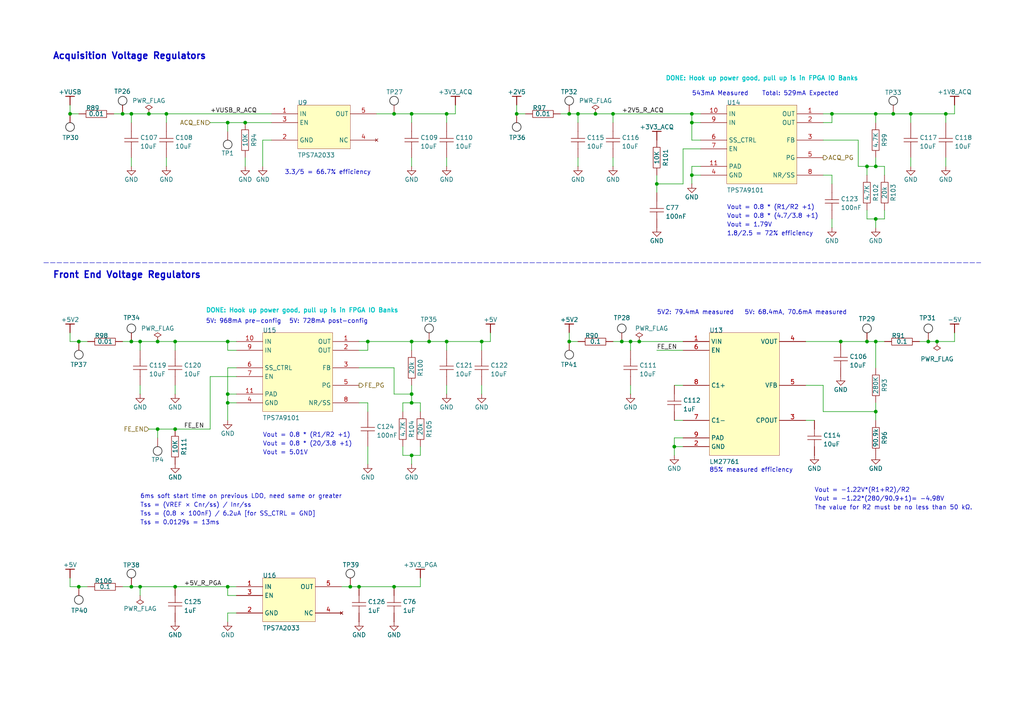
<source format=kicad_sch>
(kicad_sch (version 20250114) (generator "eeschema") (generator_version "9.0")
  (paper "A4")
  (title_block (title "ThunderScope") (rev "5") (company "EEVengers") (comment 1 "Aleksa Bjelogrlic"))
  (text "Vout = 0.8 * (20/3.8 +1)" (at 76.2 129.54 0) (effects (font (size 1.27 1.27)) (justify left bottom)))
  (text "" (at 96.52 162.56 0) (effects (font (size 1.27 1.27)) (justify left bottom)))
  (text "Tss = 0.0129s = 13ms" (at 40.64 152.4 0) (effects (font (size 1.27 1.27)) (justify left bottom)))
  (text "5V: 728mA post-config" (at 83.82 93.98 0) (effects (font (size 1.27 1.27) (thickness 0.1588)) (justify left bottom)))
  (text "3.3/5 = 66.7% efficiency" (at 82.55 50.8 0) (effects (font (size 1.27 1.27) (thickness 0.1588)) (justify left bottom)))
  (text "5V: 968mA pre-config" (at 59.69 93.98 0) (effects (font (size 1.27 1.27) (thickness 0.1588)) (justify left bottom)))
  (text "Vout = 0.8 * (R1/R2 +1)" (at 210.82 60.96 0) (effects (font (size 1.27 1.27) (thickness 0.1588)) (justify left bottom)))
  (text "Tss = (0.8 × 100nF) / 6.2uA [for SS_CTRL = GND]" (at 40.64 149.86 0) (effects (font (size 1.27 1.27)) (justify left bottom)))
  (text "Vout = -1.22V*(R1+R2)/R2" (at 236.22 142.24 0) (effects (font (size 1.27 1.27)) (justify left)))
  (text "Vout = 0.8 * (4.7/3.8 +1)" (at 210.82 63.5 0) (effects (font (size 1.27 1.27) (thickness 0.1588)) (justify left bottom)))
  (text "5V: 68.4mA, 70.6mA measured" (at 215.9 91.44 0) (effects (font (size 1.27 1.27) (thickness 0.1588)) (justify left bottom)))
  (text "6ms soft start time on previous LDO, need same or greater" (at 40.64 144.78 0) (effects (font (size 1.27 1.27)) (justify left bottom)))
  (text "Vout = 0.8 * (R1/R2 +1)" (at 76.2 127 0) (effects (font (size 1.27 1.27)) (justify left bottom)))
  (text "85% measured efficiency" (at 205.74 137.16 0) (effects (font (size 1.27 1.27) (thickness 0.1588)) (justify left bottom)))
  (text "DONE: Hook up power good, pull up is in FPGA IO Banks" (at 220.98 22.86 0) (effects (font (size 1.27 1.27) (thickness 0.254) (bold yes))))
  (text "Vout = 5.01V" (at 76.2 132.08 0) (effects (font (size 1.27 1.27)) (justify left bottom)))
  (text "1.8/2.5 = 72% efficiency" (at 210.82 68.58 0) (effects (font (size 1.27 1.27) (thickness 0.1588)) (justify left bottom)))
  (text "DONE: Hook up power good, pull up is in FPGA IO Banks" (at 87.63 90.17 0) (effects (font (size 1.27 1.27) (thickness 0.254) (bold yes))))
  (text "Vout = 1.79V" (at 210.82 66.04 0) (effects (font (size 1.27 1.27) (thickness 0.1588)) (justify left bottom)))
  (text "Front End Voltage Regulators" (at 15.24 78.74 0) (effects (font (size 1.905 1.905) (thickness 0.381) (bold yes)) (justify left top)))
  (text "5V2: 79.4mA measured" (at 190.5 91.44 0) (effects (font (size 1.27 1.27) (thickness 0.1588)) (justify left bottom)))
  (text "Total: 529mA Expected" (at 220.98 27.94 0) (effects (font (size 1.27 1.27) (thickness 0.1588)) (justify left bottom)))
  (text "543mA Measured" (at 200.66 27.94 0) (effects (font (size 1.27 1.27) (thickness 0.1588)) (justify left bottom)))
  (text "Acquisition Voltage Regulators" (at 15.24 15.24 0) (effects (font (size 1.905 1.905) (thickness 0.381) (bold yes)) (justify left top)))
  (text "Vout = -1.22*(280/90.9+1)= -4.98V" (at 236.22 144.78 0) (effects (font (size 1.27 1.27) (thickness 0.1588)) (justify left)))
  (text "Tss = (VREF × Cnr/ss) / Inr/ss" (at 40.64 147.32 0) (effects (font (size 1.27 1.27)) (justify left bottom)))
  (text "The value for R2 must be no less than 50 kΩ." (at 236.22 147.32 0) (effects (font (size 1.27 1.27)) (justify left)))
  (junction (at 66.04 170.18))
  (junction (at 254 99.06))
  (junction (at 264.16 33.02))
  (junction (at 50.8 124.46))
  (junction (at 165.1 99.06))
  (junction (at 241.3 33.02))
  (junction (at 114.3 33.02))
  (junction (at 43.18 33.02))
  (junction (at 66.04 35.56))
  (junction (at 119.38 132.08))
  (junction (at 200.66 33.02))
  (junction (at 45.72 124.46))
  (junction (at 22.86 99.06))
  (junction (at 40.64 170.18))
  (junction (at 200.66 50.8))
  (junction (at 35.56 33.02))
  (junction (at 119.38 99.06))
  (junction (at 165.1 33.02))
  (junction (at 124.46 99.06))
  (junction (at 66.04 116.84))
  (junction (at 195.58 129.54))
  (junction (at 66.04 114.3))
  (junction (at 119.38 116.84))
  (junction (at 254 119.38))
  (junction (at 119.38 114.3))
  (junction (at 129.54 33.02))
  (junction (at 50.8 99.06))
  (junction (at 180.34 99.06))
  (junction (at 271.78 99.06))
  (junction (at 200.66 35.56))
  (junction (at 139.7 99.06))
  (junction (at 104.14 170.18))
  (junction (at 48.26 33.02))
  (junction (at 172.72 33.02))
  (junction (at 190.5 53.34))
  (junction (at 149.86 33.02))
  (junction (at 66.04 99.06))
  (junction (at 22.86 170.18))
  (junction (at 259.08 33.02))
  (junction (at 185.42 99.06))
  (junction (at 177.8 33.02))
  (junction (at 38.1 33.02))
  (junction (at 129.54 99.06))
  (junction (at 251.46 99.06))
  (junction (at 254 33.02))
  (junction (at 119.38 33.02))
  (junction (at 106.68 99.06))
  (junction (at 182.88 99.06))
  (junction (at 254 48.26))
  (junction (at 20.32 33.02))
  (junction (at 269.24 99.06))
  (junction (at 101.6 170.18))
  (junction (at 40.64 99.06))
  (junction (at 167.64 33.02))
  (junction (at 45.72 99.06))
  (junction (at 50.8 170.18))
  (junction (at 251.46 48.26))
  (junction (at 38.1 99.06))
  (junction (at 71.12 35.56))
  (junction (at 254 63.5))
  (junction (at 114.3 170.18))
  (junction (at 38.1 170.18))
  (junction (at 274.32 33.02))
  (junction (at 243.84 99.06))
  (wire (pts (xy 71.12 45.72) (xy 71.12 48.26)))
  (wire (pts (xy 167.64 33.02) (xy 172.72 33.02)))
  (wire (pts (xy 119.38 134.62) (xy 119.38 132.08)))
  (wire (pts (xy 177.8 48.26) (xy 177.8 45.72)))
  (wire (pts (xy 119.38 116.84) (xy 121.92 116.84)))
  (wire (pts (xy 254 45.72) (xy 254 48.26)))
  (wire (pts (xy 254 63.5) (xy 256.54 63.5)))
  (wire (pts (xy 22.86 99.06) (xy 25.4 99.06)))
  (wire (pts (xy 45.72 124.46) (xy 50.8 124.46)))
  (wire (pts (xy 60.96 124.46) (xy 60.96 109.22)))
  (wire (pts (xy 106.68 99.06) (xy 119.38 99.06)))
  (wire (pts (xy 106.68 134.62) (xy 106.68 129.54)))
  (wire (pts (xy 241.3 50.8) (xy 241.3 53.34)))
  (wire (pts (xy 238.76 111.76) (xy 233.68 111.76)))
  (wire (pts (xy 20.32 33.02) (xy 22.86 33.02)))
  (wire (pts (xy 66.04 35.56) (xy 71.12 35.56)))
  (wire (pts (xy 198.12 129.54) (xy 195.58 129.54)))
  (wire (pts (xy 248.92 48.26) (xy 251.46 48.26)))
  (wire (pts (xy 132.08 33.02) (xy 132.08 30.48)))
  (wire (pts (xy 40.64 172.72) (xy 40.64 170.18)))
  (wire (pts (xy 66.04 170.18) (xy 68.58 170.18)))
  (wire (pts (xy 182.88 101.6) (xy 182.88 99.06)))
  (wire (pts (xy 116.84 132.08) (xy 119.38 132.08)))
  (wire (pts (xy 182.88 99.06) (xy 185.42 99.06)))
  (wire (pts (xy 165.1 99.06) (xy 167.64 99.06)))
  (wire (pts (xy 241.3 66.04) (xy 241.3 63.5)))
  (wire (pts (xy 233.68 121.92) (xy 236.22 121.92)))
  (wire (pts (xy 40.64 114.3) (xy 40.64 111.76)))
  (wire (pts (xy 68.58 116.84) (xy 66.04 116.84)))
  (wire (pts (xy 254 33.02) (xy 259.08 33.02)))
  (wire (pts (xy 20.32 96.52) (xy 20.32 99.06)))
  (wire (pts (xy 149.86 30.48) (xy 149.86 33.02)))
  (wire (pts (xy 119.38 132.08) (xy 121.92 132.08)))
  (wire (pts (xy 200.66 50.8) (xy 200.66 53.34)))
  (wire (pts (xy 43.18 33.02) (xy 48.26 33.02)))
  (wire (pts (xy 106.68 101.6) (xy 106.68 99.06)))
  (wire (pts (xy 182.88 114.3) (xy 182.88 111.76)))
  (wire (pts (xy 119.38 99.06) (xy 124.46 99.06)))
  (wire (pts (xy 243.84 99.06) (xy 251.46 99.06)))
  (wire (pts (xy 238.76 40.64) (xy 248.92 40.64)))
  (wire (pts (xy 35.56 99.06) (xy 38.1 99.06)))
  (wire (pts (xy 251.46 48.26) (xy 251.46 50.8)))
  (wire (pts (xy 165.1 96.52) (xy 165.1 99.06)))
  (wire (pts (xy 60.96 109.22) (xy 68.58 109.22)))
  (polyline (pts (xy 12.7 76.2) (xy 284.48 76.2)) (stroke (width 0.127) (type dash)))
  (wire (pts (xy 66.04 177.8) (xy 66.04 180.34)))
  (wire (pts (xy 66.04 172.72) (xy 66.04 170.18)))
  (wire (pts (xy 238.76 50.8) (xy 241.3 50.8)))
  (wire (pts (xy 203.2 43.18) (xy 198.12 43.18)))
  (wire (pts (xy 20.32 99.06) (xy 22.86 99.06)))
  (wire (pts (xy 106.68 119.38) (xy 106.68 116.84)))
  (wire (pts (xy 264.16 33.02) (xy 264.16 35.56)))
  (wire (pts (xy 254 99.06) (xy 254 106.68)))
  (wire (pts (xy 254 66.04) (xy 254 63.5)))
  (wire (pts (xy 40.64 99.06) (xy 45.72 99.06)))
  (wire (pts (xy 129.54 48.26) (xy 129.54 45.72)))
  (wire (pts (xy 251.46 60.96) (xy 251.46 63.5)))
  (wire (pts (xy 119.38 33.02) (xy 119.38 35.56)))
  (wire (pts (xy 66.04 116.84) (xy 66.04 121.92)))
  (wire (pts (xy 68.58 106.68) (xy 66.04 106.68)))
  (wire (pts (xy 114.3 33.02) (xy 119.38 33.02)))
  (wire (pts (xy 254 35.56) (xy 254 33.02)))
  (wire (pts (xy 254 119.38) (xy 254 116.84)))
  (wire (pts (xy 43.18 124.46) (xy 45.72 124.46)))
  (wire (pts (xy 238.76 35.56) (xy 241.3 35.56)))
  (wire (pts (xy 38.1 33.02) (xy 43.18 33.02)))
  (wire (pts (xy 106.68 116.84) (xy 104.14 116.84)))
  (wire (pts (xy 256.54 63.5) (xy 256.54 60.96)))
  (wire (pts (xy 195.58 132.08) (xy 195.58 129.54)))
  (wire (pts (xy 124.46 99.06) (xy 129.54 99.06)))
  (wire (pts (xy 68.58 172.72) (xy 66.04 172.72)))
  (wire (pts (xy 167.64 48.26) (xy 167.64 45.72)))
  (wire (pts (xy 167.64 35.56) (xy 167.64 33.02)))
  (wire (pts (xy 198.12 43.18) (xy 198.12 53.34)))
  (wire (pts (xy 114.3 114.3) (xy 119.38 114.3)))
  (wire (pts (xy 119.38 114.3) (xy 119.38 116.84)))
  (wire (pts (xy 254 48.26) (xy 256.54 48.26)))
  (wire (pts (xy 48.26 33.02) (xy 78.74 33.02)))
  (wire (pts (xy 254 48.26) (xy 251.46 48.26)))
  (wire (pts (xy 203.2 40.64) (xy 200.66 40.64)))
  (wire (pts (xy 185.42 99.06) (xy 198.12 99.06)))
  (wire (pts (xy 66.04 99.06) (xy 68.58 99.06)))
  (wire (pts (xy 68.58 101.6) (xy 66.04 101.6)))
  (wire (pts (xy 20.32 170.18) (xy 22.86 170.18)))
  (wire (pts (xy 200.66 33.02) (xy 203.2 33.02)))
  (wire (pts (xy 35.56 170.18) (xy 38.1 170.18)))
  (wire (pts (xy 119.38 116.84) (xy 116.84 116.84)))
  (wire (pts (xy 104.14 106.68) (xy 114.3 106.68)))
  (wire (pts (xy 78.74 40.64) (xy 76.2 40.64)))
  (wire (pts (xy 203.2 50.8) (xy 200.66 50.8)))
  (wire (pts (xy 109.22 33.02) (xy 114.3 33.02)))
  (wire (pts (xy 274.32 48.26) (xy 274.32 45.72)))
  (wire (pts (xy 254 119.38) (xy 238.76 119.38)))
  (wire (pts (xy 121.92 170.18) (xy 121.92 167.64)))
  (wire (pts (xy 269.24 99.06) (xy 271.78 99.06)))
  (wire (pts (xy 139.7 99.06) (xy 139.7 101.6)))
  (wire (pts (xy 104.14 101.6) (xy 106.68 101.6)))
  (wire (pts (xy 142.24 99.06) (xy 142.24 96.52)))
  (wire (pts (xy 139.7 99.06) (xy 142.24 99.06)))
  (wire (pts (xy 66.04 101.6) (xy 66.04 99.06)))
  (wire (pts (xy 190.5 50.8) (xy 190.5 53.34)))
  (wire (pts (xy 195.58 129.54) (xy 195.58 127)))
  (wire (pts (xy 48.26 33.02) (xy 48.26 35.56)))
  (wire (pts (xy 276.86 99.06) (xy 276.86 96.52)))
  (wire (pts (xy 190.5 101.6) (xy 198.12 101.6)))
  (wire (pts (xy 45.72 99.06) (xy 50.8 99.06)))
  (wire (pts (xy 200.66 35.56) (xy 200.66 33.02)))
  (wire (pts (xy 104.14 99.06) (xy 106.68 99.06)))
  (wire (pts (xy 33.02 33.02) (xy 35.56 33.02)))
  (wire (pts (xy 119.38 101.6) (xy 119.38 99.06)))
  (wire (pts (xy 129.54 33.02) (xy 132.08 33.02)))
  (wire (pts (xy 20.32 30.48) (xy 20.32 33.02)))
  (wire (pts (xy 182.88 99.06) (xy 180.34 99.06)))
  (wire (pts (xy 256.54 48.26) (xy 256.54 50.8)))
  (wire (pts (xy 241.3 35.56) (xy 241.3 33.02)))
  (wire (pts (xy 40.64 170.18) (xy 50.8 170.18)))
  (wire (pts (xy 116.84 129.54) (xy 116.84 132.08)))
  (wire (pts (xy 38.1 99.06) (xy 40.64 99.06)))
  (wire (pts (xy 238.76 119.38) (xy 238.76 111.76)))
  (wire (pts (xy 248.92 40.64) (xy 248.92 48.26)))
  (wire (pts (xy 129.54 99.06) (xy 129.54 101.6)))
  (wire (pts (xy 190.5 53.34) (xy 198.12 53.34)))
  (wire (pts (xy 50.8 101.6) (xy 50.8 99.06)))
  (wire (pts (xy 266.7 99.06) (xy 269.24 99.06)))
  (wire (pts (xy 114.3 170.18) (xy 121.92 170.18)))
  (wire (pts (xy 251.46 99.06) (xy 254 99.06)))
  (wire (pts (xy 50.8 170.18) (xy 66.04 170.18)))
  (wire (pts (xy 203.2 35.56) (xy 200.66 35.56)))
  (wire (pts (xy 38.1 170.18) (xy 40.64 170.18)))
  (wire (pts (xy 198.12 111.76) (xy 195.58 111.76)))
  (wire (pts (xy 129.54 114.3) (xy 129.54 111.76)))
  (wire (pts (xy 129.54 99.06) (xy 139.7 99.06)))
  (wire (pts (xy 116.84 116.84) (xy 116.84 119.38)))
  (wire (pts (xy 180.34 99.06) (xy 177.8 99.06)))
  (wire (pts (xy 195.58 127) (xy 198.12 127)))
  (wire (pts (xy 76.2 40.64) (xy 76.2 48.26)))
  (wire (pts (xy 119.38 33.02) (xy 129.54 33.02)))
  (wire (pts (xy 200.66 40.64) (xy 200.66 35.56)))
  (wire (pts (xy 271.78 99.06) (xy 276.86 99.06)))
  (wire (pts (xy 203.2 48.26) (xy 200.66 48.26)))
  (wire (pts (xy 114.3 106.68) (xy 114.3 114.3)))
  (wire (pts (xy 264.16 33.02) (xy 274.32 33.02)))
  (wire (pts (xy 104.14 170.18) (xy 114.3 170.18)))
  (wire (pts (xy 274.32 33.02) (xy 276.86 33.02)))
  (wire (pts (xy 50.8 99.06) (xy 66.04 99.06)))
  (wire (pts (xy 71.12 35.56) (xy 78.74 35.56)))
  (wire (pts (xy 172.72 33.02) (xy 177.8 33.02)))
  (wire (pts (xy 68.58 177.8) (xy 66.04 177.8)))
  (wire (pts (xy 68.58 114.3) (xy 66.04 114.3)))
  (wire (pts (xy 38.1 48.26) (xy 38.1 45.72)))
  (wire (pts (xy 177.8 33.02) (xy 177.8 35.56)))
  (wire (pts (xy 162.56 33.02) (xy 165.1 33.02)))
  (wire (pts (xy 139.7 114.3) (xy 139.7 111.76)))
  (wire (pts (xy 121.92 116.84) (xy 121.92 119.38)))
  (wire (pts (xy 50.8 114.3) (xy 50.8 111.76)))
  (wire (pts (xy 119.38 114.3) (xy 119.38 111.76)))
  (wire (pts (xy 40.64 101.6) (xy 40.64 99.06)))
  (wire (pts (xy 251.46 63.5) (xy 254 63.5)))
  (wire (pts (xy 101.6 170.18) (xy 99.06 170.18)))
  (wire (pts (xy 149.86 33.02) (xy 152.4 33.02)))
  (wire (pts (xy 35.56 33.02) (xy 38.1 33.02)))
  (wire (pts (xy 165.1 33.02) (xy 167.64 33.02)))
  (wire (pts (xy 190.5 53.34) (xy 190.5 55.88)))
  (wire (pts (xy 45.72 124.46) (xy 45.72 127)))
  (wire (pts (xy 177.8 33.02) (xy 200.66 33.02)))
  (wire (pts (xy 276.86 33.02) (xy 276.86 30.48)))
  (wire (pts (xy 254 121.92) (xy 254 119.38)))
  (wire (pts (xy 22.86 170.18) (xy 25.4 170.18)))
  (wire (pts (xy 119.38 48.26) (xy 119.38 45.72)))
  (wire (pts (xy 50.8 124.46) (xy 60.96 124.46)))
  (wire (pts (xy 259.08 33.02) (xy 264.16 33.02)))
  (wire (pts (xy 233.68 99.06) (xy 243.84 99.06)))
  (wire (pts (xy 238.76 33.02) (xy 241.3 33.02)))
  (wire (pts (xy 66.04 106.68) (xy 66.04 114.3)))
  (wire (pts (xy 48.26 48.26) (xy 48.26 45.72)))
  (wire (pts (xy 200.66 48.26) (xy 200.66 50.8)))
  (wire (pts (xy 60.96 35.56) (xy 66.04 35.56)))
  (wire (pts (xy 66.04 114.3) (xy 66.04 116.84)))
  (wire (pts (xy 254 99.06) (xy 256.54 99.06)))
  (wire (pts (xy 274.32 33.02) (xy 274.32 35.56)))
  (wire (pts (xy 129.54 33.02) (xy 129.54 35.56)))
  (wire (pts (xy 66.04 38.1) (xy 66.04 35.56)))
  (wire (pts (xy 121.92 132.08) (xy 121.92 129.54)))
  (wire (pts (xy 264.16 48.26) (xy 264.16 45.72)))
  (wire (pts (xy 20.32 167.64) (xy 20.32 170.18)))
  (wire (pts (xy 104.14 170.18) (xy 101.6 170.18)))
  (wire (pts (xy 241.3 33.02) (xy 254 33.02)))
  (wire (pts (xy 198.12 121.92) (xy 195.58 121.92)))
  (wire (pts (xy 38.1 35.56) (xy 38.1 33.02)))
  (label "+5V_R_PGA" (at 53.34 170.18 0))
  (label "+VUSB_R_ACQ" (at 60.96 33.02 0))
  (label "+2V5_R_ACQ" (at 180.34 33.02 0))
  (label "FE_EN" (at 190.5 101.6 0))
  (label "FE_EN" (at 53.34 124.46 0))
  (hierarchical_label "FE_PG" (shape output) (at 104.14 111.76 0))
  (hierarchical_label "FE_EN" (shape input) (at 43.18 124.46 180))
  (hierarchical_label "ACQ_PG" (shape output) (at 238.76 45.72 0))
  (hierarchical_label "ACQ_EN" (shape input) (at 60.96 35.56 180))
  (symbol (lib_id "Thunderscope_Rev5:CAP 10uF 25V X5R 0603") (at 50.8 106.68 0) (unit 1)
    (property "Reference" "C120" (at 53.34 106.68 0) (effects (justify left bottom)))
    (property "Value" "10uF" (at 53.34 109.22 0) (effects (justify left bottom)))
    (property "Footprint" "Thunderscope_Rev5:GEN_C_0603" (effects (hide yes)))
    (property "PACKAGE" "0402" (effects (hide yes)))
    (property "VOLTAGE RATING" "25V" (effects (hide yes)))
    (property "SUPPLIER 1" "Mouser" (effects (hide yes)))
    (property "SUPPLIER PART NUMBER 1" "81-GRM188R61E106MA3D" (effects (hide yes)))
    (property "MANUFACTURER" "Murata" (effects (hide yes)))
    (property "MANUFACTURER PART NUMBER" "GRM188R61E106MA73D" (effects (hide yes)))
  )
  (symbol (lib_id "Thunderscope_Rev5:TP PCB 1mm") (at 124.46 99.06 90) (unit 1) (in_bom no)
    (property "Reference" "TP35" (at 126.8154 91.9384 90) (effects (justify left bottom)))
    (property "Value" "PCB" (effects (hide yes)))
    (property "Footprint" "Thunderscope_Rev5:GEN_TP_PCB" (effects (hide yes)))
  )
  (symbol (lib_id "Thunderscope_Rev5:-5V_BAR") (at 276.86 96.52 180) (unit 1)
    (property "Reference" "#PWR0534" (effects (hide yes)))
    (property "Value" "-5V" (at 276.86 92.71 0))
    (property "Description" "Power symbol creates a global label with name '-5V'" (effects (hide yes)))
  )
  (symbol (lib_id "Thunderscope_Rev5:+3V3_ACQ_BAR") (at 132.08 30.48 180) (unit 1)
    (property "Reference" "#PWR0275" (effects (hide yes)))
    (property "Value" "+3V3_ACQ" (at 132.08 26.67 0))
    (property "Description" "Power symbol creates a global label with name '+3V3_ACQ'" (effects (hide yes)))
  )
  (symbol (lib_id "Thunderscope_Rev5:+5V_BAR") (at 20.32 167.64 180) (unit 1)
    (property "Reference" "#PWR0535" (effects (hide yes)))
    (property "Value" "+5V" (at 20.32 163.83 0))
    (property "Description" "Power symbol creates a global label with name '+5V'" (effects (hide yes)))
  )
  (symbol (lib_id "Thunderscope_Rev5:RES 20K OHM 1% 1/16W 0402") (at 121.92 124.46 0) (unit 1)
    (property "Reference" "R105" (at 124.46 124.46 90))
    (property "Value" "20k" (at 121.92 124.46 90))
    (property "Footprint" "Thunderscope_Rev5:GEN_R_0402" (effects (hide yes)))
    (property "TOLERANCE" "1%" (effects (hide yes)))
    (property "PACKAGE" "0402" (effects (hide yes)))
    (property "SUPPLIER 1" "Mouser" (effects (hide yes)))
    (property "SUPPLIER PART NUMBER 1" "603-RC0402FR-0720KL" (effects (hide yes)))
    (property "MANUFACTURER" "Yageo" (effects (hide yes)))
    (property "MANUFACTURER PART NUMBER" "RC0402FR-0720KL" (effects (hide yes)))
  )
  (symbol (lib_id "Thunderscope_Rev5:RES 0.01 OHM 1% 1/4W 0603") (at 157.48 33.02 0) (unit 1)
    (property "Reference" "R97" (at 154.48 32.044 0) (effects (justify left bottom)))
    (property "Value" "0.01" (at 157.48 33.02 0))
    (property "Footprint" "Thunderscope_Rev5:GEN_R_0603" (effects (hide yes)))
    (property "TOLERANCE" "1%" (effects (hide yes)))
    (property "SUPPLIER 1" "Mouser" (effects (hide yes)))
    (property "SUPPLIER PART NUMBER 1" "754-RL0816T-R010-F" (effects (hide yes)))
    (property "PACKAGE" "0603" (effects (hide yes)))
    (property "HOUSE PART NUMBER" "R-0.01-0603-1%-001" (effects (hide yes)))
    (property "MANUFACTURER" "Susumu" (effects (hide yes)))
    (property "MANUFACTURER PART NUMBER" "RL0816T-R010-F" (effects (hide yes)))
  )
  (symbol (lib_id "Thunderscope_Rev5:CAP 10uF 25V X5R 0603") (at 48.26 40.64 0) (unit 1)
    (property "Reference" "C108" (at 50.8 40.64 0) (effects (justify left bottom)))
    (property "Value" "10uF" (at 50.8 43.18 0) (effects (justify left bottom)))
    (property "Footprint" "Thunderscope_Rev5:GEN_C_0603" (effects (hide yes)))
    (property "PACKAGE" "0402" (effects (hide yes)))
    (property "VOLTAGE RATING" "25V" (effects (hide yes)))
    (property "SUPPLIER 1" "Mouser" (effects (hide yes)))
    (property "SUPPLIER PART NUMBER 1" "81-GRM188R61E106MA3D" (effects (hide yes)))
    (property "MANUFACTURER" "Murata" (effects (hide yes)))
    (property "MANUFACTURER PART NUMBER" "GRM188R61E106MA73D" (effects (hide yes)))
  )
  (symbol (lib_id "Thunderscope_Rev5:IC LDO TPS7A9101") (at 86.36 106.68 0) (unit 1)
    (property "Reference" "U15" (at 76.2 96.52 0) (effects (justify left bottom)))
    (property "Value" "TPS7A9101" (at 76.2 121.92 0) (effects (justify left bottom)))
    (property "Footprint" "Thunderscope_Rev5:TI_WSON10_DSK0010A" (effects (hide yes)))
    (property "SUPPLIER 1" "Texas Instruments" (effects (hide yes)))
    (property "SUPPLIER PART NUMBER 1" "TPS7A9101DSKR" (effects (hide yes)))
    (property "MANUFACTURER" "Texas Instruments" (effects (hide yes)))
    (property "MANUFACTURER PART NUMBER" "TPS7A9101DSKR" (effects (hide yes)))
  )
  (symbol (lib_id "Thunderscope_Rev5:GND") (at 104.14 180.34 0) (unit 1)
    (property "Reference" "#PWR0530" (effects (hide yes)))
    (property "Value" "GND" (at 104.14 184.15 0))
    (property "Description" "Power symbol creates a global label with name \"GND\" , ground" (effects (hide yes)))
  )
  (symbol (lib_id "Thunderscope_Rev5:GND") (at 264.16 48.26 0) (unit 1)
    (property "Reference" "#PWR0551" (effects (hide yes)))
    (property "Value" "GND" (at 264.16 52.07 0))
    (property "Description" "Power symbol creates a global label with name \"GND\" , ground" (effects (hide yes)))
  )
  (symbol (lib_id "Thunderscope_Rev5:TP PCB 1mm") (at 180.34 99.06 90) (unit 1) (in_bom no)
    (property "Reference" "TP28" (at 182.8211 91.4674 90) (effects (justify left bottom)))
    (property "Value" "PCB" (effects (hide yes)))
    (property "Footprint" "Thunderscope_Rev5:GEN_TP_PCB" (effects (hide yes)))
  )
  (symbol (lib_id "Thunderscope_Rev5:CAP 10uF 25V X5R 0603") (at 243.84 104.14 0) (unit 1)
    (property "Reference" "C106" (at 246.38 104.14 0) (effects (justify left bottom)))
    (property "Value" "10uF" (at 246.38 106.68 0) (effects (justify left bottom)))
    (property "Footprint" "Thunderscope_Rev5:GEN_C_0603" (effects (hide yes)))
    (property "PACKAGE" "0402" (effects (hide yes)))
    (property "VOLTAGE RATING" "25V" (effects (hide yes)))
    (property "SUPPLIER 1" "Mouser" (effects (hide yes)))
    (property "SUPPLIER PART NUMBER 1" "81-GRM188R61E106MA3D" (effects (hide yes)))
    (property "MANUFACTURER" "Murata" (effects (hide yes)))
    (property "MANUFACTURER PART NUMBER" "GRM188R61E106MA73D" (effects (hide yes)))
  )
  (symbol (lib_id "Thunderscope_Rev5:IC LDO TPS7A2033") (at 93.98 38.1 0) (unit 1)
    (property "Reference" "U9" (at 86.36 30.48 0) (effects (justify left bottom)))
    (property "Value" "TPS7A2033" (at 86.36 45.72 0) (effects (justify left bottom)))
    (property "Footprint" "Thunderscope_Rev5:GEN_SOT23_5_950_2900X1600X1450" (effects (hide yes)))
    (property "MANUFACTURER" "Texas Instruments" (effects (hide yes)))
    (property "MANUFACTURER PART NUMBER" "TPS7A2033PDBVR" (effects (hide yes)))
    (property "SUPPLIER 1" "Texas Instruments" (effects (hide yes)))
    (property "SUPPLIER PART NUMBER 1" "TPS7A2033PDBVR" (effects (hide yes)))
  )
  (symbol (lib_id "Thunderscope_Rev5:RES 90.9K OHM 1% 1/16W 0402") (at 254 127 270) (unit 1)
    (property "Reference" "R96" (at 256.54 127 0))
    (property "Value" "90.9k" (at 254 127 0))
    (property "Footprint" "Thunderscope_Rev5:GEN_R_0402" (effects (hide yes)))
    (property "TOLERANCE" "1%" (effects (hide yes)))
    (property "PACKAGE" "0402" (effects (hide yes)))
    (property "SUPPLIER 1" "Mouser" (effects (hide yes)))
    (property "SUPPLIER PART NUMBER 1" "603-RC0402FR-0790K9L" (effects (hide yes)))
    (property "MANUFACTURER" "Yageo" (effects (hide yes)))
    (property "MANUFACTURER PART NUMBER" "RC0402FR-0790K9L" (effects (hide yes)))
  )
  (symbol (lib_id "Thunderscope_Rev5:GND") (at 177.8 48.26 0) (unit 1)
    (property "Reference" "#PWR0543" (effects (hide yes)))
    (property "Value" "GND" (at 177.8 52.07 0))
    (property "Description" "Power symbol creates a global label with name \"GND\" , ground" (effects (hide yes)))
  )
  (symbol (lib_id "Thunderscope_Rev5:RES 10K OHM 1% 1/10W 0402") (at 190.5 45.72 90) (unit 1)
    (property "Reference" "R101" (at 193.04 45.72 0))
    (property "Value" "10K" (at 190.5 45.72 0))
    (property "Footprint" "Thunderscope_Rev5:GEN_R_0402" (effects (hide yes)))
    (property "TOLERANCE" "1%" (effects (hide yes)))
    (property "PACKAGE" "0402" (effects (hide yes)))
    (property "SUPPLIER 1" "Mouser" (effects (hide yes)))
    (property "SUPPLIER PART NUMBER 1" "667-ERJ-2RKF1002X" (effects (hide yes)))
    (property "MANUFACTURER" "Panasonic" (effects (hide yes)))
    (property "MANUFACTURER PART NUMBER" "ERJ-2RKF1002X" (effects (hide yes)))
  )
  (symbol (lib_id "Thunderscope_Rev5:+2V5_BAR") (at 149.86 30.48 180) (unit 1)
    (property "Reference" "#PWR0546" (effects (hide yes)))
    (property "Value" "+2V5" (at 149.86 26.67 0))
    (property "Description" "Power symbol creates a global label with name '+2V5'" (effects (hide yes)))
  )
  (symbol (lib_id "Thunderscope_Rev5:CAP 1uF 25V X5R 0402") (at 114.3 175.26 0) (unit 1)
    (property "Reference" "C76" (at 116.84 175.26 0) (effects (justify left bottom)))
    (property "Value" "1uF" (at 116.84 177.8 0) (effects (justify left bottom)))
    (property "Footprint" "Thunderscope_Rev5:GEN_C_0402" (effects (hide yes)))
    (property "PACKAGE" "0402" (effects (hide yes)))
    (property "VOLTAGE RATING" "25V" (effects (hide yes)))
    (property "SUPPLIER 1" "Mouser" (effects (hide yes)))
    (property "SUPPLIER PART NUMBER 1" "81-GRM155R61E105KA2D" (effects (hide yes)))
    (property "MANUFACTURER" "Murata" (effects (hide yes)))
    (property "MANUFACTURER PART NUMBER" "GRM155R61E105KA12D" (effects (hide yes)))
  )
  (symbol (lib_id "Thunderscope_Rev5:GND") (at 114.3 180.34 0) (unit 1)
    (property "Reference" "#PWR0276" (effects (hide yes)))
    (property "Value" "GND" (at 114.3 184.15 0))
    (property "Description" "Power symbol creates a global label with name \"GND\" , ground" (effects (hide yes)))
  )
  (symbol (lib_id "Thunderscope_Rev5:RES 0.01 OHM 1% 1/4W 0603") (at 30.48 99.06 0) (unit 1)
    (property "Reference" "R98" (at 27.48 98.084 0) (effects (justify left bottom)))
    (property "Value" "0.01" (at 30.48 99.06 0))
    (property "Footprint" "Thunderscope_Rev5:GEN_R_0603" (effects (hide yes)))
    (property "TOLERANCE" "1%" (effects (hide yes)))
    (property "SUPPLIER 1" "Mouser" (effects (hide yes)))
    (property "SUPPLIER PART NUMBER 1" "754-RL0816T-R010-F" (effects (hide yes)))
    (property "PACKAGE" "0603" (effects (hide yes)))
    (property "HOUSE PART NUMBER" "R-0.01-0603-1%-001" (effects (hide yes)))
    (property "MANUFACTURER" "Susumu" (effects (hide yes)))
    (property "MANUFACTURER PART NUMBER" "RL0816T-R010-F" (effects (hide yes)))
  )
  (symbol (lib_id "Thunderscope_Rev5:TP PCB 1mm") (at 38.1 170.18 90) (unit 1) (in_bom no)
    (property "Reference" "TP38" (at 40.5752 163.1822 90) (effects (justify left bottom)))
    (property "Value" "PCB" (effects (hide yes)))
    (property "Footprint" "Thunderscope_Rev5:GEN_TP_PCB" (effects (hide yes)))
  )
  (symbol (lib_id "Thunderscope_Rev5:RES 0.1 OHM 1% 1/6W 0402") (at 172.72 99.06 0) (unit 1)
    (property "Reference" "R90" (at 169.72 98.084 0) (effects (justify left bottom)))
    (property "Value" "0.1" (at 172.72 99.06 0))
    (property "Footprint" "Thunderscope_Rev5:GEN_R_0402" (effects (hide yes)))
    (property "TOLERANCE" "1%" (effects (hide yes)))
    (property "PACKAGE" "0402" (effects (hide yes)))
    (property "SUPPLIER 1" "Mouser" (effects (hide yes)))
    (property "SUPPLIER PART NUMBER 1" "667-ERJ-2BSFR10X" (effects (hide yes)))
    (property "MANUFACTURER" "Panasonic" (effects (hide yes)))
    (property "MANUFACTURER PART NUMBER" "ERJ-2BSFR10X" (effects (hide yes)))
  )
  (symbol (lib_id "Thunderscope_Rev5:CAP 100nF 16V X7R 0402") (at 106.68 124.46 0) (unit 1)
    (property "Reference" "C124" (at 109.22 124.46 0) (effects (justify left bottom)))
    (property "Value" "100nF" (at 109.22 127 0) (effects (justify left bottom)))
    (property "Footprint" "Thunderscope_Rev5:GEN_C_0402" (effects (hide yes)))
    (property "PACKAGE" "0402" (effects (hide yes)))
    (property "VOLTAGE RATING" "16V" (effects (hide yes)))
    (property "SUPPLIER 1" "Mouser" (effects (hide yes)))
    (property "SUPPLIER PART NUMBER 1" "81-GCM155R71C104KA5D" (effects (hide yes)))
    (property "MANUFACTURER" "Murata" (effects (hide yes)))
    (property "HOUSE PART NUMBER" "C-100nF-0402-002" (effects (hide yes)))
    (property "MANUFACTURER PART NUMBER" "GCM155R71C104KA55D" (effects (hide yes)))
  )
  (symbol (lib_id "Thunderscope_Rev5:CAP 1uF 25V X5R 0402") (at 50.8 175.26 0) (unit 1)
    (property "Reference" "C125" (at 53.34 175.26 0) (effects (justify left bottom)))
    (property "Value" "1uF" (at 53.34 177.8 0) (effects (justify left bottom)))
    (property "Footprint" "Thunderscope_Rev5:GEN_C_0402" (effects (hide yes)))
    (property "PACKAGE" "0402" (effects (hide yes)))
    (property "VOLTAGE RATING" "25V" (effects (hide yes)))
    (property "SUPPLIER 1" "Mouser" (effects (hide yes)))
    (property "SUPPLIER PART NUMBER 1" "81-GRM155R61E105KA2D" (effects (hide yes)))
    (property "MANUFACTURER" "Murata" (effects (hide yes)))
    (property "MANUFACTURER PART NUMBER" "GRM155R61E105KA12D" (effects (hide yes)))
  )
  (symbol (lib_id "power:PWR_FLAG") (at 45.72 99.06 0) (unit 1)
    (property "Reference" "#FLG024" (effects (hide yes)))
    (property "Value" "PWR_FLAG" (at 45.72 95.25 0))
    (property "Description" "Special symbol for telling ERC where power comes from" (effects (hide yes)))
  )
  (symbol (lib_id "Thunderscope_Rev5:RES 4.7K OHM 1% 1/10W 0402") (at 251.46 55.88 90) (unit 1)
    (property "Reference" "R102" (at 254 55.88 0))
    (property "Value" "4.7K" (at 251.46 55.88 0))
    (property "Footprint" "Thunderscope_Rev5:GEN_R_0402" (effects (hide yes)))
    (property "TOLERANCE" "1%" (effects (hide yes)))
    (property "PACKAGE" "0402" (effects (hide yes)))
    (property "SUPPLIER 1" "Mouser" (effects (hide yes)))
    (property "SUPPLIER PART NUMBER 1" "667-ERJ-2RKF4701X" (effects (hide yes)))
    (property "MANUFACTURER" "Panasonic" (effects (hide yes)))
    (property "MANUFACTURER PART NUMBER" "ERJ-2RKF4701X" (effects (hide yes)))
  )
  (symbol (lib_id "Thunderscope_Rev5:GND") (at 274.32 48.26 0) (unit 1)
    (property "Reference" "#PWR0549" (effects (hide yes)))
    (property "Value" "GND" (at 274.32 52.07 0))
    (property "Description" "Power symbol creates a global label with name \"GND\" , ground" (effects (hide yes)))
  )
  (symbol (lib_id "Thunderscope_Rev5:GND") (at 66.04 180.34 0) (unit 1)
    (property "Reference" "#PWR0532" (effects (hide yes)))
    (property "Value" "GND" (at 66.04 184.15 0))
    (property "Description" "Power symbol creates a global label with name \"GND\" , ground" (effects (hide yes)))
  )
  (symbol (lib_id "Thunderscope_Rev5:CAP 1uF 25V X5R 0402") (at 104.14 175.26 0) (unit 1)
    (property "Reference" "C126" (at 106.68 175.26 0) (effects (justify left bottom)))
    (property "Value" "1uF" (at 106.68 177.8 0) (effects (justify left bottom)))
    (property "Footprint" "Thunderscope_Rev5:GEN_C_0402" (effects (hide yes)))
    (property "PACKAGE" "0402" (effects (hide yes)))
    (property "VOLTAGE RATING" "25V" (effects (hide yes)))
    (property "SUPPLIER 1" "Mouser" (effects (hide yes)))
    (property "SUPPLIER PART NUMBER 1" "81-GRM155R61E105KA2D" (effects (hide yes)))
    (property "MANUFACTURER" "Murata" (effects (hide yes)))
    (property "MANUFACTURER PART NUMBER" "GRM155R61E105KA12D" (effects (hide yes)))
  )
  (symbol (lib_id "Thunderscope_Rev5:TP PCB 1mm") (at 38.1 99.06 90) (unit 1) (in_bom no)
    (property "Reference" "TP34" (at 40.64 91.44 90) (effects (justify left bottom)))
    (property "Value" "PCB" (effects (hide yes)))
    (property "Footprint" "Thunderscope_Rev5:GEN_TP_PCB" (effects (hide yes)))
  )
  (symbol (lib_id "Thunderscope_Rev5:TP PCB 1mm") (at 165.1 99.06 270) (unit 1) (in_bom no)
    (property "Reference" "TP41" (at 162.6305 106.4817 90) (effects (justify left bottom)))
    (property "Value" "PCB" (effects (hide yes)))
    (property "Footprint" "Thunderscope_Rev5:GEN_TP_PCB" (effects (hide yes)))
  )
  (symbol (lib_id "Thunderscope_Rev5:TP PCB 1mm") (at 251.46 99.06 90) (unit 1) (in_bom no)
    (property "Reference" "TP29" (at 253.8901 91.7618 90) (effects (justify left bottom)))
    (property "Value" "PCB" (effects (hide yes)))
    (property "Footprint" "Thunderscope_Rev5:GEN_TP_PCB" (effects (hide yes)))
  )
  (symbol (lib_id "Thunderscope_Rev5:+VUSB") (at 20.32 30.48 180) (unit 1)
    (property "Reference" "#PWR0269" (effects (hide yes)))
    (property "Value" "+VUSB" (at 20.32 26.67 0))
    (property "Description" "Power symbol creates a global label with name '+VUSB'" (effects (hide yes)))
  )
  (symbol (lib_id "Thunderscope_Rev5:TP PCB 1mm") (at 66.04 38.1 270) (unit 1) (in_bom no)
    (property "Reference" "TP1" (at 66.04 44.45 90))
    (property "Value" "PCB" (effects (hide yes)))
    (property "Footprint" "Thunderscope_Rev5:GEN_TP_PCB" (effects (hide yes)))
  )
  (symbol (lib_id "Thunderscope_Rev5:GND") (at 119.38 134.62 0) (unit 1)
    (property "Reference" "#PWR0528" (effects (hide yes)))
    (property "Value" "GND" (at 119.38 138.43 0))
    (property "Description" "Power symbol creates a global label with name \"GND\" , ground" (effects (hide yes)))
  )
  (symbol (lib_id "Thunderscope_Rev5:TP PCB 1mm") (at 22.86 170.18 270) (unit 1) (in_bom no)
    (property "Reference" "TP40" (at 20.5948 177.8039 90) (effects (justify left bottom)))
    (property "Value" "PCB" (effects (hide yes)))
    (property "Footprint" "Thunderscope_Rev5:GEN_TP_PCB" (effects (hide yes)))
  )
  (symbol (lib_id "Thunderscope_Rev5:CAP 10uF 25V X5R 0603") (at 129.54 40.64 0) (unit 1)
    (property "Reference" "C110" (at 132.08 40.64 0) (effects (justify left bottom)))
    (property "Value" "10uF" (at 132.08 43.18 0) (effects (justify left bottom)))
    (property "Footprint" "Thunderscope_Rev5:GEN_C_0603" (effects (hide yes)))
    (property "PACKAGE" "0402" (effects (hide yes)))
    (property "VOLTAGE RATING" "25V" (effects (hide yes)))
    (property "SUPPLIER 1" "Mouser" (effects (hide yes)))
    (property "SUPPLIER PART NUMBER 1" "81-GRM188R61E106MA3D" (effects (hide yes)))
    (property "MANUFACTURER" "Murata" (effects (hide yes)))
    (property "MANUFACTURER PART NUMBER" "GRM188R61E106MA73D" (effects (hide yes)))
  )
  (symbol (lib_id "Thunderscope_Rev5:GND") (at 200.66 53.34 0) (unit 1)
    (property "Reference" "#PWR0544" (effects (hide yes)))
    (property "Value" "GND" (at 200.66 57.15 0))
    (property "Description" "Power symbol creates a global label with name \"GND\" , ground" (effects (hide yes)))
  )
  (symbol (lib_id "Thunderscope_Rev5:GND") (at 38.1 48.26 0) (unit 1)
    (property "Reference" "#PWR0517" (effects (hide yes)))
    (property "Value" "GND" (at 38.1 52.07 0))
    (property "Description" "Power symbol creates a global label with name \"GND\" , ground" (effects (hide yes)))
  )
  (symbol (lib_id "Thunderscope_Rev5:CAP 10uF 25V X5R 0603") (at 264.16 40.64 0) (unit 1)
    (property "Reference" "C117" (at 266.7 40.64 0) (effects (justify left bottom)))
    (property "Value" "10uF" (at 266.7 43.18 0) (effects (justify left bottom)))
    (property "Footprint" "Thunderscope_Rev5:GEN_C_0603" (effects (hide yes)))
    (property "PACKAGE" "0402" (effects (hide yes)))
    (property "VOLTAGE RATING" "25V" (effects (hide yes)))
    (property "SUPPLIER 1" "Mouser" (effects (hide yes)))
    (property "SUPPLIER PART NUMBER 1" "81-GRM188R61E106MA3D" (effects (hide yes)))
    (property "MANUFACTURER" "Murata" (effects (hide yes)))
    (property "MANUFACTURER PART NUMBER" "GRM188R61E106MA73D" (effects (hide yes)))
  )
  (symbol (lib_id "Thunderscope_Rev5:CAP 10uF 25V X5R 0603") (at 167.64 40.64 0) (unit 1)
    (property "Reference" "C115" (at 170.18 40.64 0) (effects (justify left bottom)))
    (property "Value" "10uF" (at 170.18 43.18 0) (effects (justify left bottom)))
    (property "Footprint" "Thunderscope_Rev5:GEN_C_0603" (effects (hide yes)))
    (property "PACKAGE" "0402" (effects (hide yes)))
    (property "VOLTAGE RATING" "25V" (effects (hide yes)))
    (property "SUPPLIER 1" "Mouser" (effects (hide yes)))
    (property "SUPPLIER PART NUMBER 1" "81-GRM188R61E106MA3D" (effects (hide yes)))
    (property "MANUFACTURER" "Murata" (effects (hide yes)))
    (property "MANUFACTURER PART NUMBER" "GRM188R61E106MA73D" (effects (hide yes)))
  )
  (symbol (lib_id "Thunderscope_Rev5:GND") (at 139.7 114.3 0) (unit 1)
    (property "Reference" "#PWR0540" (effects (hide yes)))
    (property "Value" "GND" (at 139.7 118.11 0))
    (property "Description" "Power symbol creates a global label with name \"GND\" , ground" (effects (hide yes)))
  )
  (symbol (lib_id "Thunderscope_Rev5:GND") (at 190.5 66.04 0) (unit 1)
    (property "Reference" "#PWR0545" (effects (hide yes)))
    (property "Value" "GND" (at 190.5 69.85 0))
    (property "Description" "Power symbol creates a global label with name \"GND\" , ground" (effects (hide yes)))
  )
  (symbol (lib_id "Thunderscope_Rev5:GND") (at 254 132.08 0) (unit 1)
    (property "Reference" "#PWR0509" (effects (hide yes)))
    (property "Value" "GND" (at 254 135.89 0))
    (property "Description" "Power symbol creates a global label with name \"GND\" , ground" (effects (hide yes)))
  )
  (symbol (lib_id "Thunderscope_Rev5:+5V2_BAR") (at 165.1 96.52 180) (unit 1)
    (property "Reference" "#PWR0513" (effects (hide yes)))
    (property "Value" "+5V2" (at 165.1 92.71 0))
    (property "Description" "Power symbol creates a global label with name '+5V2'" (effects (hide yes)))
  )
  (symbol (lib_id "Thunderscope_Rev5:RES 4.7K OHM 1% 1/10W 0402") (at 254 40.64 90) (unit 1)
    (property "Reference" "R99" (at 256.54 40.64 0))
    (property "Value" "4.7K" (at 254 40.64 0))
    (property "Footprint" "Thunderscope_Rev5:GEN_R_0402" (effects (hide yes)))
    (property "TOLERANCE" "1%" (effects (hide yes)))
    (property "PACKAGE" "0402" (effects (hide yes)))
    (property "SUPPLIER 1" "Mouser" (effects (hide yes)))
    (property "SUPPLIER PART NUMBER 1" "667-ERJ-2RKF4701X" (effects (hide yes)))
    (property "MANUFACTURER" "Panasonic" (effects (hide yes)))
    (property "MANUFACTURER PART NUMBER" "ERJ-2RKF4701X" (effects (hide yes)))
  )
  (symbol (lib_id "Thunderscope_Rev5:TP PCB 1mm") (at 101.6 170.18 90) (unit 1) (in_bom no)
    (property "Reference" "TP39" (at 104.2302 163.1252 90) (effects (justify left bottom)))
    (property "Value" "PCB" (effects (hide yes)))
    (property "Footprint" "Thunderscope_Rev5:GEN_TP_PCB" (effects (hide yes)))
  )
  (symbol (lib_id "Thunderscope_Rev5:GND") (at 243.84 109.22 0) (unit 1)
    (property "Reference" "#PWR0510" (effects (hide yes)))
    (property "Value" "GND" (at 243.84 113.03 0))
    (property "Description" "Power symbol creates a global label with name \"GND\" , ground" (effects (hide yes)))
  )
  (symbol (lib_id "Thunderscope_Rev5:TP PCB 1mm") (at 269.24 99.06 90) (unit 1) (in_bom no)
    (property "Reference" "TP31" (at 271.4855 91.5068 90) (effects (justify left bottom)))
    (property "Value" "PCB" (effects (hide yes)))
    (property "Footprint" "Thunderscope_Rev5:GEN_TP_PCB" (effects (hide yes)))
  )
  (symbol (lib_id "Thunderscope_Rev5:CAP 10uF 25V X5R 0603") (at 182.88 106.68 0) (unit 1)
    (property "Reference" "C111" (at 185.42 106.68 0) (effects (justify left bottom)))
    (property "Value" "10uF" (at 185.42 109.22 0) (effects (justify left bottom)))
    (property "Footprint" "Thunderscope_Rev5:GEN_C_0603" (effects (hide yes)))
    (property "PACKAGE" "0402" (effects (hide yes)))
    (property "VOLTAGE RATING" "25V" (effects (hide yes)))
    (property "SUPPLIER 1" "Mouser" (effects (hide yes)))
    (property "SUPPLIER PART NUMBER 1" "81-GRM188R61E106MA3D" (effects (hide yes)))
    (property "MANUFACTURER" "Murata" (effects (hide yes)))
    (property "MANUFACTURER PART NUMBER" "GRM188R61E106MA73D" (effects (hide yes)))
  )
  (symbol (lib_id "Thunderscope_Rev5:RES 280K OHM 1% 1/16W 0402") (at 254 111.76 0) (unit 1)
    (property "Reference" "R93" (at 256.54 111.76 90))
    (property "Value" "280K" (at 254 111.76 90))
    (property "Footprint" "Thunderscope_Rev5:GEN_R_0402" (effects (hide yes)))
    (property "TOLERANCE" "1%" (effects (hide yes)))
    (property "PACKAGE" "0402" (effects (hide yes)))
    (property "SUPPLIER 1" "Mouser" (effects (hide yes)))
    (property "SUPPLIER PART NUMBER 1" "603-AC0402FR-07280KL" (effects (hide yes)))
    (property "MANUFACTURER" "Yageo" (effects (hide yes)))
    (property "MANUFACTURER PART NUMBER" "AC0402FR-07280KL" (effects (hide yes)))
  )
  (symbol (lib_id "power:PWR_FLAG") (at 40.64 172.72 180) (unit 1)
    (property "Reference" "#FLG025" (effects (hide yes)))
    (property "Value" "PWR_FLAG" (at 40.64 176.53 0))
    (property "Description" "Special symbol for telling ERC where power comes from" (effects (hide yes)))
  )
  (symbol (lib_id "Thunderscope_Rev5:IC LDO TPS7A9101") (at 220.98 40.64 0) (unit 1)
    (property "Reference" "U14" (at 210.82 30.48 0) (effects (justify left bottom)))
    (property "Value" "TPS7A9101" (at 210.82 55.88 0) (effects (justify left bottom)))
    (property "Footprint" "Thunderscope_Rev5:TI_WSON10_DSK0010A" (effects (hide yes)))
    (property "SUPPLIER 1" "Texas Instruments" (effects (hide yes)))
    (property "SUPPLIER PART NUMBER 1" "TPS7A9101DSKR" (effects (hide yes)))
    (property "MANUFACTURER" "Texas Instruments" (effects (hide yes)))
    (property "MANUFACTURER PART NUMBER" "TPS7A9101DSKR" (effects (hide yes)))
  )
  (symbol (lib_id "Thunderscope_Rev5:GND") (at 50.8 134.62 0) (unit 1)
    (property "Reference" "#PWR0334" (effects (hide yes)))
    (property "Value" "GND" (at 50.8 138.43 0))
    (property "Description" "Power symbol creates a global label with name \"GND\" , ground" (effects (hide yes)))
  )
  (symbol (lib_id "Thunderscope_Rev5:GND") (at 236.22 132.08 0) (unit 1)
    (property "Reference" "#PWR0508" (effects (hide yes)))
    (property "Value" "GND" (at 236.22 135.89 0))
    (property "Description" "Power symbol creates a global label with name \"GND\" , ground" (effects (hide yes)))
  )
  (symbol (lib_id "Thunderscope_Rev5:TP PCB 1mm") (at 35.56 33.02 90) (unit 1) (in_bom no)
    (property "Reference" "TP26" (at 37.9448 25.7983 90) (effects (justify left bottom)))
    (property "Value" "PCB" (effects (hide yes)))
    (property "Footprint" "Thunderscope_Rev5:GEN_TP_PCB" (effects (hide yes)))
  )
  (symbol (lib_id "Thunderscope_Rev5:GND") (at 66.04 121.92 0) (unit 1)
    (property "Reference" "#PWR0536" (effects (hide yes)))
    (property "Value" "GND" (at 66.04 125.73 0))
    (property "Description" "Power symbol creates a global label with name \"GND\" , ground" (effects (hide yes)))
  )
  (symbol (lib_id "Thunderscope_Rev5:RES 0.01 OHM 1% 1/4W 0603") (at 27.94 33.02 0) (unit 1)
    (property "Reference" "R89" (at 24.94 32.044 0) (effects (justify left bottom)))
    (property "Value" "0.01" (at 27.94 33.02 0))
    (property "Footprint" "Thunderscope_Rev5:GEN_R_0603" (effects (hide yes)))
    (property "TOLERANCE" "1%" (effects (hide yes)))
    (property "SUPPLIER 1" "Mouser" (effects (hide yes)))
    (property "SUPPLIER PART NUMBER 1" "754-RL0816T-R010-F" (effects (hide yes)))
    (property "PACKAGE" "0603" (effects (hide yes)))
    (property "HOUSE PART NUMBER" "R-0.01-0603-1%-001" (effects (hide yes)))
    (property "MANUFACTURER" "Susumu" (effects (hide yes)))
    (property "MANUFACTURER PART NUMBER" "RL0816T-R010-F" (effects (hide yes)))
  )
  (symbol (lib_id "Thunderscope_Rev5:GND") (at 195.58 132.08 0) (unit 1)
    (property "Reference" "#PWR0511" (effects (hide yes)))
    (property "Value" "GND" (at 195.58 135.89 0))
    (property "Description" "Power symbol creates a global label with name \"GND\" , ground" (effects (hide yes)))
  )
  (symbol (lib_id "power:PWR_FLAG") (at 43.18 33.02 0) (unit 1)
    (property "Reference" "#FLG021" (effects (hide yes)))
    (property "Value" "PWR_FLAG" (at 43.18 29.21 0))
    (property "Description" "Special symbol for telling ERC where power comes from" (effects (hide yes)))
  )
  (symbol (lib_id "Thunderscope_Rev5:+3V3_PGA_BAR") (at 121.92 167.64 180) (unit 1)
    (property "Reference" "#PWR0531" (effects (hide yes)))
    (property "Value" "+3V3_PGA" (at 121.92 163.83 0))
    (property "Description" "Power symbol creates a global label with name '+3V3_PGA'" (effects (hide yes)))
  )
  (symbol (lib_id "Thunderscope_Rev5:CAP 10uF 25V X5R 0603") (at 40.64 106.68 0) (unit 1)
    (property "Reference" "C119" (at 43.18 106.68 0) (effects (justify left bottom)))
    (property "Value" "10uF" (at 43.18 109.22 0) (effects (justify left bottom)))
    (property "Footprint" "Thunderscope_Rev5:GEN_C_0603" (effects (hide yes)))
    (property "PACKAGE" "0402" (effects (hide yes)))
    (property "VOLTAGE RATING" "25V" (effects (hide yes)))
    (property "SUPPLIER 1" "Mouser" (effects (hide yes)))
    (property "SUPPLIER PART NUMBER 1" "81-GRM188R61E106MA3D" (effects (hide yes)))
    (property "MANUFACTURER" "Murata" (effects (hide yes)))
    (property "MANUFACTURER PART NUMBER" "GRM188R61E106MA73D" (effects (hide yes)))
  )
  (symbol (lib_id "Thunderscope_Rev5:GND") (at 50.8 114.3 0) (unit 1)
    (property "Reference" "#PWR0538" (effects (hide yes)))
    (property "Value" "GND" (at 50.8 118.11 0))
    (property "Description" "Power symbol creates a global label with name \"GND\" , ground" (effects (hide yes)))
  )
  (symbol (lib_id "Thunderscope_Rev5:CAP 10uF 25V X5R 0603") (at 119.38 40.64 0) (unit 1)
    (property "Reference" "C109" (at 121.92 40.64 0) (effects (justify left bottom)))
    (property "Value" "10uF" (at 121.92 43.18 0) (effects (justify left bottom)))
    (property "Footprint" "Thunderscope_Rev5:GEN_C_0603" (effects (hide yes)))
    (property "PACKAGE" "0402" (effects (hide yes)))
    (property "VOLTAGE RATING" "25V" (effects (hide yes)))
    (property "SUPPLIER 1" "Mouser" (effects (hide yes)))
    (property "SUPPLIER PART NUMBER 1" "81-GRM188R61E106MA3D" (effects (hide yes)))
    (property "MANUFACTURER" "Murata" (effects (hide yes)))
    (property "MANUFACTURER PART NUMBER" "GRM188R61E106MA73D" (effects (hide yes)))
  )
  (symbol (lib_id "Thunderscope_Rev5:+5V_BAR") (at 142.24 96.52 180) (unit 1)
    (property "Reference" "#PWR0550" (effects (hide yes)))
    (property "Value" "+5V" (at 142.24 92.71 0))
    (property "Description" "Power symbol creates a global label with name '+5V'" (effects (hide yes)))
  )
  (symbol (lib_id "power:PWR_FLAG") (at 271.78 99.06 180) (unit 1)
    (property "Reference" "#FLG06" (effects (hide yes)))
    (property "Value" "PWR_FLAG" (at 271.78 104.14 0))
    (property "Description" "Special symbol for telling ERC where power comes from" (effects (hide yes)))
  )
  (symbol (lib_id "Thunderscope_Rev5:RES 4.7K OHM 1% 1/10W 0402") (at 116.84 124.46 90) (unit 1)
    (property "Reference" "R104" (at 119.38 124.46 0))
    (property "Value" "4.7K" (at 116.84 124.46 0))
    (property "Footprint" "Thunderscope_Rev5:GEN_R_0402" (effects (hide yes)))
    (property "TOLERANCE" "1%" (effects (hide yes)))
    (property "PACKAGE" "0402" (effects (hide yes)))
    (property "SUPPLIER 1" "Mouser" (effects (hide yes)))
    (property "SUPPLIER PART NUMBER 1" "667-ERJ-2RKF4701X" (effects (hide yes)))
    (property "MANUFACTURER" "Panasonic" (effects (hide yes)))
    (property "MANUFACTURER PART NUMBER" "ERJ-2RKF4701X" (effects (hide yes)))
  )
  (symbol (lib_id "Thunderscope_Rev5:CAP 10uF 25V X5R 0603") (at 236.22 127 0) (unit 1)
    (property "Reference" "C114" (at 238.76 127 0) (effects (justify left bottom)))
    (property "Value" "10uF" (at 238.76 129.54 0) (effects (justify left bottom)))
    (property "Footprint" "Thunderscope_Rev5:GEN_C_0603" (effects (hide yes)))
    (property "PACKAGE" "0402" (effects (hide yes)))
    (property "VOLTAGE RATING" "25V" (effects (hide yes)))
    (property "SUPPLIER 1" "Mouser" (effects (hide yes)))
    (property "SUPPLIER PART NUMBER 1" "81-GRM188R61E106MA3D" (effects (hide yes)))
    (property "MANUFACTURER" "Murata" (effects (hide yes)))
    (property "MANUFACTURER PART NUMBER" "GRM188R61E106MA73D" (effects (hide yes)))
  )
  (symbol (lib_id "Thunderscope_Rev5:TP PCB 1mm") (at 22.86 99.06 270) (unit 1) (in_bom no)
    (property "Reference" "TP37" (at 20.3905 106.4817 90) (effects (justify left bottom)))
    (property "Value" "PCB" (effects (hide yes)))
    (property "Footprint" "Thunderscope_Rev5:GEN_TP_PCB" (effects (hide yes)))
  )
  (symbol (lib_id "Thunderscope_Rev5:RES 0.1 OHM 1% 1/6W 0402") (at 30.48 170.18 0) (unit 1)
    (property "Reference" "R106" (at 27.48 169.204 0) (effects (justify left bottom)))
    (property "Value" "0.1" (at 30.48 170.18 0))
    (property "Footprint" "Thunderscope_Rev5:GEN_R_0402" (effects (hide yes)))
    (property "TOLERANCE" "1%" (effects (hide yes)))
    (property "PACKAGE" "0402" (effects (hide yes)))
    (property "SUPPLIER 1" "Mouser" (effects (hide yes)))
    (property "SUPPLIER PART NUMBER 1" "667-ERJ-2BSFR10X" (effects (hide yes)))
    (property "MANUFACTURER" "Panasonic" (effects (hide yes)))
    (property "MANUFACTURER PART NUMBER" "ERJ-2BSFR10X" (effects (hide yes)))
  )
  (symbol (lib_id "Thunderscope_Rev5:+1V8_ACQ_BAR") (at 276.86 30.48 180) (unit 1)
    (property "Reference" "#PWR0542" (effects (hide yes)))
    (property "Value" "+1V8_ACQ" (at 276.86 26.67 0))
    (property "Description" "Power symbol creates a global label with name '+1V8_ACQ'" (effects (hide yes)))
  )
  (symbol (lib_id "Thunderscope_Rev5:GND") (at 167.64 48.26 0) (unit 1)
    (property "Reference" "#PWR0553" (effects (hide yes)))
    (property "Value" "GND" (at 167.64 52.07 0))
    (property "Description" "Power symbol creates a global label with name \"GND\" , ground" (effects (hide yes)))
  )
  (symbol (lib_id "Thunderscope_Rev5:CAP 10uF 25V X5R 0603") (at 129.54 106.68 0) (unit 1)
    (property "Reference" "C121" (at 132.08 106.68 0) (effects (justify left bottom)))
    (property "Value" "10uF" (at 132.08 109.22 0) (effects (justify left bottom)))
    (property "Footprint" "Thunderscope_Rev5:GEN_C_0603" (effects (hide yes)))
    (property "PACKAGE" "0402" (effects (hide yes)))
    (property "VOLTAGE RATING" "25V" (effects (hide yes)))
    (property "SUPPLIER 1" "Mouser" (effects (hide yes)))
    (property "SUPPLIER PART NUMBER 1" "81-GRM188R61E106MA3D" (effects (hide yes)))
    (property "MANUFACTURER" "Murata" (effects (hide yes)))
    (property "MANUFACTURER PART NUMBER" "GRM188R61E106MA73D" (effects (hide yes)))
  )
  (symbol (lib_id "Thunderscope_Rev5:IC LDO TPS7A2033") (at 83.82 175.26 0) (unit 1)
    (property "Reference" "U16" (at 76.2 167.64 0) (effects (justify left bottom)))
    (property "Value" "TPS7A2033" (at 76.2 182.88 0) (effects (justify left bottom)))
    (property "Footprint" "Thunderscope_Rev5:GEN_SOT23_5_950_2900X1600X1450" (effects (hide yes)))
    (property "MANUFACTURER" "Texas Instruments" (effects (hide yes)))
    (property "MANUFACTURER PART NUMBER" "TPS7A2033PDBVR" (effects (hide yes)))
    (property "SUPPLIER 1" "Texas Instruments" (effects (hide yes)))
    (property "SUPPLIER PART NUMBER 1" "TPS7A2033PDBVR" (effects (hide yes)))
  )
  (symbol (lib_id "Thunderscope_Rev5:RES 0.1 OHM 1% 1/6W 0402") (at 261.62 99.06 0) (unit 1)
    (property "Reference" "R91" (at 258.62 98.084 0) (effects (justify left bottom)))
    (property "Value" "0.1" (at 261.62 99.06 0))
    (property "Footprint" "Thunderscope_Rev5:GEN_R_0402" (effects (hide yes)))
    (property "TOLERANCE" "1%" (effects (hide yes)))
    (property "PACKAGE" "0402" (effects (hide yes)))
    (property "SUPPLIER 1" "Mouser" (effects (hide yes)))
    (property "SUPPLIER PART NUMBER 1" "667-ERJ-2BSFR10X" (effects (hide yes)))
    (property "MANUFACTURER" "Panasonic" (effects (hide yes)))
    (property "MANUFACTURER PART NUMBER" "ERJ-2BSFR10X" (effects (hide yes)))
  )
  (symbol (lib_id "Thunderscope_Rev5:CAP 100nF 16V X7R 0402") (at 190.5 60.96 0) (unit 1)
    (property "Reference" "C77" (at 193.04 60.96 0) (effects (justify left bottom)))
    (property "Value" "100nF" (at 193.04 63.5 0) (effects (justify left bottom)))
    (property "Footprint" "Thunderscope_Rev5:GEN_C_0402" (effects (hide yes)))
    (property "PACKAGE" "0402" (effects (hide yes)))
    (property "VOLTAGE RATING" "16V" (effects (hide yes)))
    (property "SUPPLIER 1" "Mouser" (effects (hide yes)))
    (property "SUPPLIER PART NUMBER 1" "81-GCM155R71C104KA5D" (effects (hide yes)))
    (property "HOUSE PART NUMBER" "C-100nF-0402-002" (effects (hide yes)))
    (property "MANUFACTURER" "Murata" (effects (hide yes)))
    (property "MANUFACTURER PART NUMBER" "GCM155R71C104KA55D" (effects (hide yes)))
  )
  (symbol (lib_id "power:PWR_FLAG") (at 185.42 99.06 0) (unit 1)
    (property "Reference" "#FLG023" (effects (hide yes)))
    (property "Value" "PWR_FLAG" (at 184.15 95.25 0) (effects (justify left)))
    (property "Description" "Special symbol for telling ERC where power comes from" (effects (hide yes)))
  )
  (symbol (lib_id "Thunderscope_Rev5:TP PCB 1mm") (at 20.32 33.02 270) (unit 1) (in_bom no)
    (property "Reference" "TP30" (at 18.0408 40.6497 90) (effects (justify left bottom)))
    (property "Value" "PCB" (effects (hide yes)))
    (property "Footprint" "Thunderscope_Rev5:GEN_TP_PCB" (effects (hide yes)))
  )
  (symbol (lib_id "Thunderscope_Rev5:RES 20K OHM 1% 1/16W 0402") (at 256.54 55.88 0) (unit 1)
    (property "Reference" "R103" (at 259.08 55.88 90))
    (property "Value" "20k" (at 256.54 55.88 90))
    (property "Footprint" "Thunderscope_Rev5:GEN_R_0402" (effects (hide yes)))
    (property "TOLERANCE" "1%" (effects (hide yes)))
    (property "PACKAGE" "0402" (effects (hide yes)))
    (property "SUPPLIER 1" "Mouser" (effects (hide yes)))
    (property "SUPPLIER PART NUMBER 1" "603-RC0402FR-0720KL" (effects (hide yes)))
    (property "MANUFACTURER" "Yageo" (effects (hide yes)))
    (property "MANUFACTURER PART NUMBER" "RC0402FR-0720KL" (effects (hide yes)))
  )
  (symbol (lib_id "Thunderscope_Rev5:RES 10K OHM 1% 1/10W 0402") (at 50.8 129.54 90) (unit 1)
    (property "Reference" "R111" (at 53.34 129.54 0))
    (property "Value" "10K" (at 50.8 129.54 0))
    (property "Footprint" "Thunderscope_Rev5:GEN_R_0402" (effects (hide yes)))
    (property "TOLERANCE" "1%" (effects (hide yes)))
    (property "PACKAGE" "0402" (effects (hide yes)))
    (property "SUPPLIER 1" "Mouser" (effects (hide yes)))
    (property "SUPPLIER PART NUMBER 1" "667-ERJ-2RKF1002X" (effects (hide yes)))
    (property "MANUFACTURER" "Panasonic" (effects (hide yes)))
    (property "MANUFACTURER PART NUMBER" "ERJ-2RKF1002X" (effects (hide yes)))
  )
  (symbol (lib_id "Thunderscope_Rev5:GND") (at 106.68 134.62 0) (unit 1)
    (property "Reference" "#PWR0529" (effects (hide yes)))
    (property "Value" "GND" (at 106.68 138.43 0))
    (property "Description" "Power symbol creates a global label with name \"GND\" , ground" (effects (hide yes)))
  )
  (symbol (lib_id "Thunderscope_Rev5:CAP 10uF 25V X5R 0603") (at 139.7 106.68 0) (unit 1)
    (property "Reference" "C122" (at 142.24 106.68 0) (effects (justify left bottom)))
    (property "Value" "10uF" (at 142.24 109.22 0) (effects (justify left bottom)))
    (property "Footprint" "Thunderscope_Rev5:GEN_C_0603" (effects (hide yes)))
    (property "PACKAGE" "0402" (effects (hide yes)))
    (property "VOLTAGE RATING" "25V" (effects (hide yes)))
    (property "SUPPLIER 1" "Mouser" (effects (hide yes)))
    (property "SUPPLIER PART NUMBER 1" "81-GRM188R61E106MA3D" (effects (hide yes)))
    (property "MANUFACTURER" "Murata" (effects (hide yes)))
    (property "MANUFACTURER PART NUMBER" "GRM188R61E106MA73D" (effects (hide yes)))
  )
  (symbol (lib_id "Thunderscope_Rev5:IC CPUMP LM27761") (at 215.9 114.3 0) (unit 1)
    (property "Reference" "U13" (at 205.74 96.52 0) (effects (justify left bottom)))
    (property "Value" "LM27761" (at 205.74 134.62 0) (effects (justify left bottom)))
    (property "Footprint" "Thunderscope_Rev5:TI_WSON8_DSG0008A" (effects (hide yes)))
    (property "SUPPLIER 1" "Texas Instruments" (effects (hide yes)))
    (property "SUPPLIER PART NUMBER 1" "LM27761DSGR" (effects (hide yes)))
    (property "MANUFACTURER" "Texas Instruments" (effects (hide yes)))
    (property "MANUFACTURER PART NUMBER" "LM27761DSGR" (effects (hide yes)))
  )
  (symbol (lib_id "Thunderscope_Rev5:GND") (at 119.38 48.26 0) (unit 1)
    (property "Reference" "#PWR0521" (effects (hide yes)))
    (property "Value" "GND" (at 119.38 52.07 0))
    (property "Description" "Power symbol creates a global label with name \"GND\" , ground" (effects (hide yes)))
  )
  (symbol (lib_id "Thunderscope_Rev5:+5V2_BAR") (at 20.32 96.52 180) (unit 1)
    (property "Reference" "#PWR0556" (effects (hide yes)))
    (property "Value" "+5V2" (at 20.32 92.71 0))
    (property "Description" "Power symbol creates a global label with name '+5V2'" (effects (hide yes)))
  )
  (symbol (lib_id "Thunderscope_Rev5:RES 20K OHM 1% 1/16W 0402") (at 119.38 106.68 0) (unit 1)
    (property "Reference" "R100" (at 121.92 106.68 90))
    (property "Value" "20k" (at 119.38 106.68 90))
    (property "Footprint" "Thunderscope_Rev5:GEN_R_0402" (effects (hide yes)))
    (property "TOLERANCE" "1%" (effects (hide yes)))
    (property "PACKAGE" "0402" (effects (hide yes)))
    (property "SUPPLIER 1" "Mouser" (effects (hide yes)))
    (property "SUPPLIER PART NUMBER 1" "603-RC0402FR-0720KL" (effects (hide yes)))
    (property "MANUFACTURER" "Yageo" (effects (hide yes)))
    (property "MANUFACTURER PART NUMBER" "RC0402FR-0720KL" (effects (hide yes)))
  )
  (symbol (lib_id "Thunderscope_Rev5:GND") (at 40.64 114.3 0) (unit 1)
    (property "Reference" "#PWR0537" (effects (hide yes)))
    (property "Value" "GND" (at 40.64 118.11 0))
    (property "Description" "Power symbol creates a global label with name \"GND\" , ground" (effects (hide yes)))
  )
  (symbol (lib_id "Thunderscope_Rev5:GND") (at 241.3 66.04 0) (unit 1)
    (property "Reference" "#PWR0548" (effects (hide yes)))
    (property "Value" "GND" (at 241.3 69.85 0))
    (property "Description" "Power symbol creates a global label with name \"GND\" , ground" (effects (hide yes)))
  )
  (symbol (lib_id "Thunderscope_Rev5:GND") (at 50.8 180.34 0) (unit 1)
    (property "Reference" "#PWR0533" (effects (hide yes)))
    (property "Value" "GND" (at 50.8 184.15 0))
    (property "Description" "Power symbol creates a global label with name \"GND\" , ground" (effects (hide yes)))
  )
  (symbol (lib_id "Thunderscope_Rev5:GND") (at 71.12 48.26 0) (unit 1)
    (property "Reference" "#PWR0515" (effects (hide yes)))
    (property "Value" "GND" (at 71.12 52.07 0))
    (property "Description" "Power symbol creates a global label with name \"GND\" , ground" (effects (hide yes)))
  )
  (symbol (lib_id "Thunderscope_Rev5:GND") (at 48.26 48.26 0) (unit 1)
    (property "Reference" "#PWR0518" (effects (hide yes)))
    (property "Value" "GND" (at 48.26 52.07 0))
    (property "Description" "Power symbol creates a global label with name \"GND\" , ground" (effects (hide yes)))
  )
  (symbol (lib_id "Thunderscope_Rev5:TP PCB 1mm") (at 114.3 33.02 90) (unit 1) (in_bom no)
    (property "Reference" "TP27" (at 116.8864 25.9639 90) (effects (justify left bottom)))
    (property "Value" "PCB" (effects (hide yes)))
    (property "Footprint" "Thunderscope_Rev5:GEN_TP_PCB" (effects (hide yes)))
  )
  (symbol (lib_id "Thunderscope_Rev5:TP PCB 1mm") (at 165.1 33.02 90) (unit 1) (in_bom no)
    (property "Reference" "TP32" (at 167.5183 25.9319 90) (effects (justify left bottom)))
    (property "Value" "PCB" (effects (hide yes)))
    (property "Footprint" "Thunderscope_Rev5:GEN_TP_PCB" (effects (hide yes)))
  )
  (symbol (lib_id "Thunderscope_Rev5:CAP 10uF 25V X5R 0603") (at 177.8 40.64 0) (unit 1)
    (property "Reference" "C116" (at 180.34 40.64 0) (effects (justify left bottom)))
    (property "Value" "10uF" (at 180.34 43.18 0) (effects (justify left bottom)))
    (property "Footprint" "Thunderscope_Rev5:GEN_C_0603" (effects (hide yes)))
    (property "PACKAGE" "0402" (effects (hide yes)))
    (property "VOLTAGE RATING" "25V" (effects (hide yes)))
    (property "SUPPLIER 1" "Mouser" (effects (hide yes)))
    (property "SUPPLIER PART NUMBER 1" "81-GRM188R61E106MA3D" (effects (hide yes)))
    (property "MANUFACTURER" "Murata" (effects (hide yes)))
    (property "MANUFACTURER PART NUMBER" "GRM188R61E106MA73D" (effects (hide yes)))
  )
  (symbol (lib_id "Thunderscope_Rev5:GND") (at 182.88 114.3 0) (unit 1)
    (property "Reference" "#PWR0512" (effects (hide yes)))
    (property "Value" "GND" (at 182.88 118.11 0))
    (property "Description" "Power symbol creates a global label with name \"GND\" , ground" (effects (hide yes)))
  )
  (symbol (lib_id "Thunderscope_Rev5:TP PCB 1mm") (at 149.86 33.02 270) (unit 1) (in_bom no)
    (property "Reference" "TP36" (at 147.6143 40.6302 90) (effects (justify left bottom)))
    (property "Value" "PCB" (effects (hide yes)))
    (property "Footprint" "Thunderscope_Rev5:GEN_TP_PCB" (effects (hide yes)))
  )
  (symbol (lib_id "Thunderscope_Rev5:GND") (at 129.54 114.3 0) (unit 1)
    (property "Reference" "#PWR0539" (effects (hide yes)))
    (property "Value" "GND" (at 129.54 118.11 0))
    (property "Description" "Power symbol creates a global label with name \"GND\" , ground" (effects (hide yes)))
  )
  (symbol (lib_id "Thunderscope_Rev5:TP PCB 1mm") (at 259.08 33.02 90) (unit 1) (in_bom no)
    (property "Reference" "TP33" (at 261.5258 26.1104 90) (effects (justify left bottom)))
    (property "Value" "PCB" (effects (hide yes)))
    (property "Footprint" "Thunderscope_Rev5:GEN_TP_PCB" (effects (hide yes)))
  )
  (symbol (lib_id "Thunderscope_Rev5:TP PCB 1mm") (at 45.72 127 270) (unit 1) (in_bom no)
    (property "Reference" "TP4" (at 45.72 133.35 90))
    (property "Value" "PCB" (effects (hide yes)))
    (property "Footprint" "Thunderscope_Rev5:GEN_TP_PCB" (effects (hide yes)))
  )
  (symbol (lib_id "Thunderscope_Rev5:+3V3_ACQ_BAR") (at 190.5 40.64 180) (unit 1)
    (property "Reference" "#PWR0311" (effects (hide yes)))
    (property "Value" "+3V3_ACQ" (at 190.5 36.83 0))
    (property "Description" "Power symbol creates a global label with name '+3V3_ACQ'" (effects (hide yes)))
  )
  (symbol (lib_id "Thunderscope_Rev5:CAP 1uF 25V X5R 0402") (at 195.58 116.84 0) (unit 1)
    (property "Reference" "C112" (at 198.12 116.84 0) (effects (justify left bottom)))
    (property "Value" "1uF" (at 198.12 119.38 0) (effects (justify left bottom)))
    (property "Footprint" "Thunderscope_Rev5:GEN_C_0402" (effects (hide yes)))
    (property "PACKAGE" "0402" (effects (hide yes)))
    (property "VOLTAGE RATING" "25V" (effects (hide yes)))
    (property "SUPPLIER 1" "Mouser" (effects (hide yes)))
    (property "SUPPLIER PART NUMBER 1" "81-GRM155R61E105KA2D" (effects (hide yes)))
    (property "MANUFACTURER" "Murata" (effects (hide yes)))
    (property "MANUFACTURER PART NUMBER" "GRM155R61E105KA12D" (effects (hide yes)))
  )
  (symbol (lib_id "power:PWR_FLAG") (at 172.72 33.02 0) (unit 1)
    (property "Reference" "#FLG020" (effects (hide yes)))
    (property "Value" "PWR_FLAG" (at 172.72 29.21 0))
    (property "Description" "Special symbol for telling ERC where power comes from" (effects (hide yes)))
  )
  (symbol (lib_id "Thunderscope_Rev5:GND") (at 129.54 48.26 0) (unit 1)
    (property "Reference" "#PWR0554" (effects (hide yes)))
    (property "Value" "GND" (at 129.54 52.07 0))
    (property "Description" "Power symbol creates a global label with name \"GND\" , ground" (effects (hide yes)))
  )
  (symbol (lib_id "Thunderscope_Rev5:CAP 10uF 25V X5R 0603") (at 274.32 40.64 0) (unit 1)
    (property "Reference" "C118" (at 276.86 40.64 0) (effects (justify left bottom)))
    (property "Value" "10uF" (at 276.86 43.18 0) (effects (justify left bottom)))
    (property "Footprint" "Thunderscope_Rev5:GEN_C_0603" (effects (hide yes)))
    (property "PACKAGE" "0402" (effects (hide yes)))
    (property "VOLTAGE RATING" "25V" (effects (hide yes)))
    (property "SUPPLIER 1" "Mouser" (effects (hide yes)))
    (property "SUPPLIER PART NUMBER 1" "81-GRM188R61E106MA3D" (effects (hide yes)))
    (property "MANUFACTURER" "Murata" (effects (hide yes)))
    (property "MANUFACTURER PART NUMBER" "GRM188R61E106MA73D" (effects (hide yes)))
  )
  (symbol (lib_id "Thunderscope_Rev5:GND") (at 76.2 48.26 0) (unit 1)
    (property "Reference" "#PWR0270" (effects (hide yes)))
    (property "Value" "GND" (at 76.2 52.07 0))
    (property "Description" "Power symbol creates a global label with name \"GND\" , ground" (effects (hide yes)))
  )
  (symbol (lib_id "Thunderscope_Rev5:RES 10K OHM 1% 1/10W 0402") (at 71.12 40.64 90) (unit 1)
    (property "Reference" "R94" (at 73.66 40.64 0))
    (property "Value" "10K" (at 71.12 40.64 0))
    (property "Footprint" "Thunderscope_Rev5:GEN_R_0402" (effects (hide yes)))
    (property "TOLERANCE" "1%" (effects (hide yes)))
    (property "PACKAGE" "0402" (effects (hide yes)))
    (property "SUPPLIER 1" "Mouser" (effects (hide yes)))
    (property "SUPPLIER PART NUMBER 1" "667-ERJ-2RKF1002X" (effects (hide yes)))
    (property "MANUFACTURER" "Panasonic" (effects (hide yes)))
    (property "MANUFACTURER PART NUMBER" "ERJ-2RKF1002X" (effects (hide yes)))
  )
  (symbol (lib_id "Thunderscope_Rev5:GND") (at 254 66.04 0) (unit 1)
    (property "Reference" "#PWR0552" (effects (hide yes)))
    (property "Value" "GND" (at 254 69.85 0))
    (property "Description" "Power symbol creates a global label with name \"GND\" , ground" (effects (hide yes)))
  )
  (symbol (lib_id "Thunderscope_Rev5:CAP 10uF 25V X5R 0603") (at 38.1 40.64 0) (unit 1)
    (property "Reference" "C107" (at 40.64 40.64 0) (effects (justify left bottom)))
    (property "Value" "10uF" (at 40.64 43.18 0) (effects (justify left bottom)))
    (property "Footprint" "Thunderscope_Rev5:GEN_C_0603" (effects (hide yes)))
    (property "PACKAGE" "0402" (effects (hide yes)))
    (property "VOLTAGE RATING" "25V" (effects (hide yes)))
    (property "SUPPLIER 1" "Mouser" (effects (hide yes)))
    (property "SUPPLIER PART NUMBER 1" "81-GRM188R61E106MA3D" (effects (hide yes)))
    (property "MANUFACTURER" "Murata" (effects (hide yes)))
    (property "MANUFACTURER PART NUMBER" "GRM188R61E106MA73D" (effects (hide yes)))
  )
  (symbol (lib_id "Thunderscope_Rev5:CAP 100nF 16V X7R 0402") (at 241.3 58.42 0) (unit 1)
    (property "Reference" "C123" (at 243.84 58.42 0) (effects (justify left bottom)))
    (property "Value" "100nF" (at 243.84 60.96 0) (effects (justify left bottom)))
    (property "Footprint" "Thunderscope_Rev5:GEN_C_0402" (effects (hide yes)))
    (property "PACKAGE" "0402" (effects (hide yes)))
    (property "VOLTAGE RATING" "16V" (effects (hide yes)))
    (property "SUPPLIER 1" "Mouser" (effects (hide yes)))
    (property "SUPPLIER PART NUMBER 1" "81-GCM155R71C104KA5D" (effects (hide yes)))
    (property "HOUSE PART NUMBER" "C-100nF-0402-002" (effects (hide yes)))
    (property "MANUFACTURER" "Murata" (effects (hide yes)))
    (property "MANUFACTURER PART NUMBER" "GCM155R71C104KA55D" (effects (hide yes)))
  )
)
</source>
